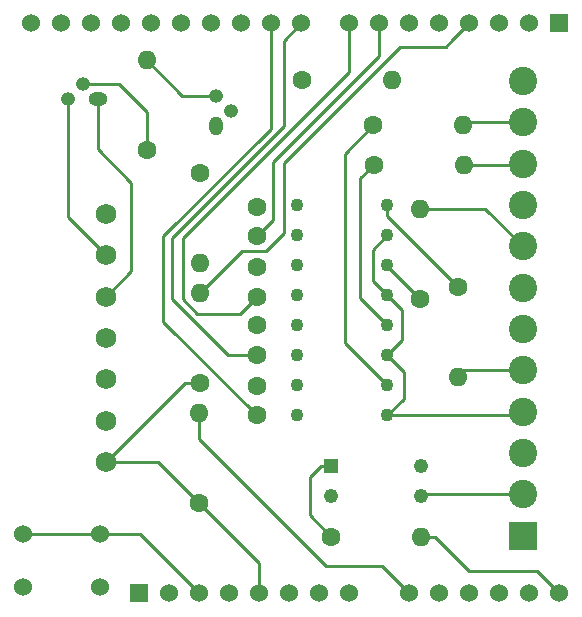
<source format=gbr>
G04 #@! TF.GenerationSoftware,KiCad,Pcbnew,(5.1.5)-3*
G04 #@! TF.CreationDate,2021-09-12T13:17:19-04:00*
G04 #@! TF.ProjectId,EtherTenFuranceMonitorRev2,45746865-7254-4656-9e46-7572616e6365,rev?*
G04 #@! TF.SameCoordinates,Original*
G04 #@! TF.FileFunction,Copper,L1,Top*
G04 #@! TF.FilePolarity,Positive*
%FSLAX46Y46*%
G04 Gerber Fmt 4.6, Leading zero omitted, Abs format (unit mm)*
G04 Created by KiCad (PCBNEW (5.1.5)-3) date 2021-09-12 13:17:19*
%MOMM*%
%LPD*%
G04 APERTURE LIST*
%ADD10O,1.600000X1.600000*%
%ADD11C,1.600000*%
%ADD12O,1.200000X1.200000*%
%ADD13O,1.600000X1.200000*%
%ADD14O,1.200000X1.600000*%
%ADD15C,2.400000*%
%ADD16R,2.400000X2.400000*%
%ADD17C,1.092200*%
%ADD18C,1.244600*%
%ADD19R,1.244600X1.244600*%
%ADD20C,1.727200*%
%ADD21C,1.524000*%
%ADD22R,1.524000X1.524000*%
%ADD23C,0.250000*%
G04 APERTURE END LIST*
D10*
X161500000Y-110810000D03*
D11*
X161500000Y-103190000D03*
D12*
X128500000Y-87290000D03*
X129770000Y-86020000D03*
D13*
X131040000Y-87290000D03*
D12*
X141010000Y-87000000D03*
X142280000Y-88270000D03*
D14*
X141010000Y-89540000D03*
D15*
X166990000Y-85750000D03*
X166990000Y-89250000D03*
X166990000Y-92750000D03*
X166990000Y-96250000D03*
X166990000Y-99750000D03*
X166990000Y-103250000D03*
X166990000Y-106750000D03*
X166990000Y-110250000D03*
X166990000Y-113750000D03*
X166990000Y-117250000D03*
X166990000Y-120750000D03*
D16*
X166990000Y-124250000D03*
D10*
X139570000Y-113830000D03*
D11*
X139570000Y-121450000D03*
D10*
X139710000Y-103710000D03*
D11*
X139710000Y-111330000D03*
D10*
X155920000Y-85680000D03*
D11*
X148300000Y-85680000D03*
D10*
X135150000Y-83990000D03*
D11*
X135150000Y-91610000D03*
D10*
X139710000Y-101160000D03*
D11*
X139710000Y-93540000D03*
D10*
X158290000Y-96580000D03*
D11*
X158290000Y-104200000D03*
D10*
X161990000Y-92830000D03*
D11*
X154370000Y-92830000D03*
D10*
X161930000Y-89500000D03*
D11*
X154310000Y-89500000D03*
X150790000Y-124330000D03*
D10*
X158410000Y-124330000D03*
D17*
X147900000Y-114070000D03*
X147900000Y-111530000D03*
X147900000Y-108990000D03*
X147900000Y-106450000D03*
X147900000Y-103910000D03*
X147900000Y-101370000D03*
X147900000Y-98830000D03*
X147900000Y-96290000D03*
X155520000Y-96290000D03*
X155520000Y-98830000D03*
X155520000Y-101370000D03*
X155520000Y-103910000D03*
X155520000Y-106450000D03*
X155520000Y-108990000D03*
X155520000Y-111530000D03*
X155520000Y-114070000D03*
D11*
X144520000Y-106460000D03*
X144520000Y-108960000D03*
D18*
X158380000Y-118370000D03*
X158380000Y-120910000D03*
X150760000Y-120910000D03*
D19*
X150760000Y-118370000D03*
D20*
X131700000Y-97009996D03*
X131700000Y-100509997D03*
X131700000Y-104009998D03*
X131700000Y-107509998D03*
X131700000Y-111009999D03*
X131700000Y-114509999D03*
X131700000Y-118010000D03*
D11*
X144510000Y-96400000D03*
X144510000Y-98900000D03*
X144500000Y-101530000D03*
X144500000Y-104030000D03*
X144480000Y-111550000D03*
X144480000Y-114050000D03*
D21*
X170091100Y-129133600D03*
X167551100Y-129133600D03*
X165011100Y-129133600D03*
X162471100Y-129133600D03*
X159931100Y-129133600D03*
X157391100Y-129133600D03*
X152311100Y-80873600D03*
X154851100Y-80873600D03*
X157391100Y-80873600D03*
X159931100Y-80873600D03*
X162471100Y-80873600D03*
X165011100Y-80873600D03*
X167551100Y-80873600D03*
D22*
X170091100Y-80873600D03*
D21*
X125387100Y-80873600D03*
X127927100Y-80873600D03*
X130467100Y-80873600D03*
X133007100Y-80873600D03*
X135547100Y-80873600D03*
X138087100Y-80873600D03*
X140627100Y-80873600D03*
X143167100Y-80873600D03*
X145707100Y-80873600D03*
X148247100Y-80873600D03*
X124675900Y-124079000D03*
X131178300Y-124079000D03*
X124675900Y-128600200D03*
X131178300Y-128600200D03*
X152311100Y-129133600D03*
X149771100Y-129133600D03*
X147231100Y-129133600D03*
X144691100Y-129133600D03*
X142151100Y-129133600D03*
X139611100Y-129133600D03*
X137071100Y-129133600D03*
D22*
X134531100Y-129133600D03*
D23*
X134556500Y-124079000D02*
X139611100Y-129133600D01*
X131178300Y-124079000D02*
X134556500Y-124079000D01*
X124675900Y-124079000D02*
X131178300Y-124079000D01*
X145707100Y-89782900D02*
X145707100Y-80873600D01*
X136570000Y-98920000D02*
X145707100Y-89782900D01*
X144480000Y-114050000D02*
X136570000Y-106140000D01*
X136570000Y-106140000D02*
X136570000Y-98920000D01*
X146790000Y-82330700D02*
X146790000Y-89540000D01*
X142030000Y-108960000D02*
X144520000Y-108960000D01*
X137270000Y-104200000D02*
X142030000Y-108960000D01*
X146790000Y-89540000D02*
X137270000Y-99060000D01*
X148247100Y-80873600D02*
X146790000Y-82330700D01*
X137270000Y-99060000D02*
X137270000Y-104200000D01*
X138200000Y-99070000D02*
X138200000Y-104250000D01*
X152311100Y-84958900D02*
X138200000Y-99070000D01*
X152311100Y-80873600D02*
X152311100Y-84958900D01*
X139400000Y-105450000D02*
X143080000Y-105450000D01*
X138200000Y-104250000D02*
X139400000Y-105450000D01*
X143080000Y-105450000D02*
X144500000Y-104030000D01*
X144510000Y-98900000D02*
X145840000Y-97570000D01*
X145840000Y-97570000D02*
X145840000Y-92630000D01*
X145840000Y-92630000D02*
X154851100Y-83618900D01*
X154851100Y-83618900D02*
X154851100Y-80873600D01*
X162471100Y-80873600D02*
X161014700Y-82330000D01*
X145260000Y-100180000D02*
X143240000Y-100180000D01*
X161014700Y-82330000D02*
X161000000Y-82330000D01*
X161000000Y-82330000D02*
X160480000Y-82850000D01*
X160480000Y-82850000D02*
X156600000Y-82850000D01*
X156600000Y-82850000D02*
X146770000Y-92680000D01*
X146770000Y-92680000D02*
X146770000Y-98670000D01*
X146770000Y-98670000D02*
X145260000Y-100180000D01*
X143240000Y-100180000D02*
X139710000Y-103710000D01*
X168187500Y-127230000D02*
X170091100Y-129133600D01*
X158410000Y-124330000D02*
X159541370Y-124330000D01*
X162441370Y-127230000D02*
X168187500Y-127230000D01*
X159541370Y-124330000D02*
X162441370Y-127230000D01*
X157391100Y-129133600D02*
X155097500Y-126840000D01*
X155097500Y-126840000D02*
X150350000Y-126840000D01*
X139570000Y-116060000D02*
X139570000Y-113830000D01*
X150350000Y-126840000D02*
X139570000Y-116060000D01*
X128500000Y-97309997D02*
X131700000Y-100509997D01*
X128500000Y-87290000D02*
X128500000Y-97309997D01*
X131040000Y-91540000D02*
X131040000Y-87290000D01*
X133860000Y-94360000D02*
X131040000Y-91540000D01*
X131700000Y-104009998D02*
X133860000Y-101849998D01*
X133860000Y-101849998D02*
X133860000Y-94360000D01*
X162180000Y-89250000D02*
X161930000Y-89500000D01*
X166990000Y-89250000D02*
X162180000Y-89250000D01*
X166910000Y-92830000D02*
X166990000Y-92750000D01*
X161990000Y-92830000D02*
X166910000Y-92830000D01*
X163820000Y-96580000D02*
X158290000Y-96580000D01*
X166990000Y-99750000D02*
X163820000Y-96580000D01*
X162060000Y-110250000D02*
X161500000Y-110810000D01*
X166990000Y-110250000D02*
X162060000Y-110250000D01*
X155520000Y-98830000D02*
X154300000Y-100050000D01*
X154300000Y-102690000D02*
X155520000Y-103910000D01*
X154300000Y-100050000D02*
X154300000Y-102690000D01*
X155520000Y-103910000D02*
X156800000Y-105190000D01*
X156800000Y-107710000D02*
X155520000Y-108990000D01*
X156800000Y-105190000D02*
X156800000Y-107710000D01*
X156940000Y-112650000D02*
X155520000Y-114070000D01*
X155520000Y-108990000D02*
X156940000Y-110410000D01*
X156940000Y-110410000D02*
X156940000Y-112650000D01*
X166670000Y-114070000D02*
X166990000Y-113750000D01*
X155520000Y-114070000D02*
X166670000Y-114070000D01*
X149887700Y-118370000D02*
X148950000Y-119307700D01*
X150760000Y-118370000D02*
X149887700Y-118370000D01*
X148950000Y-122490000D02*
X150790000Y-124330000D01*
X148950000Y-119307700D02*
X148950000Y-122490000D01*
X136130000Y-118010000D02*
X139570000Y-121450000D01*
X131700000Y-118010000D02*
X136130000Y-118010000D01*
X144691100Y-126571100D02*
X139570000Y-121450000D01*
X144691100Y-129133600D02*
X144691100Y-126571100D01*
X138380000Y-111330000D02*
X139710000Y-111330000D01*
X131700000Y-118010000D02*
X138380000Y-111330000D01*
X155520000Y-97210000D02*
X161500000Y-103190000D01*
X155520000Y-96290000D02*
X155520000Y-97210000D01*
X155520000Y-101430000D02*
X155520000Y-101370000D01*
X158290000Y-104200000D02*
X155520000Y-101430000D01*
X154973901Y-105903901D02*
X155520000Y-106450000D01*
X153220000Y-104150000D02*
X154973901Y-105903901D01*
X154370000Y-92830000D02*
X153220000Y-93980000D01*
X153220000Y-93980000D02*
X153220000Y-104150000D01*
X154973901Y-110983901D02*
X155520000Y-111530000D01*
X151910000Y-107920000D02*
X154973901Y-110983901D01*
X154310000Y-89500000D02*
X151910000Y-91900000D01*
X151910000Y-91900000D02*
X151910000Y-107920000D01*
X138160000Y-87000000D02*
X141010000Y-87000000D01*
X135150000Y-83990000D02*
X138160000Y-87000000D01*
X134850000Y-91610000D02*
X135150000Y-91610000D01*
X129770000Y-86020000D02*
X132800000Y-86020000D01*
X135150000Y-88370000D02*
X135150000Y-91610000D01*
X132800000Y-86020000D02*
X135150000Y-88370000D01*
X158540000Y-120750000D02*
X158380000Y-120910000D01*
X166990000Y-120750000D02*
X158540000Y-120750000D01*
M02*

</source>
